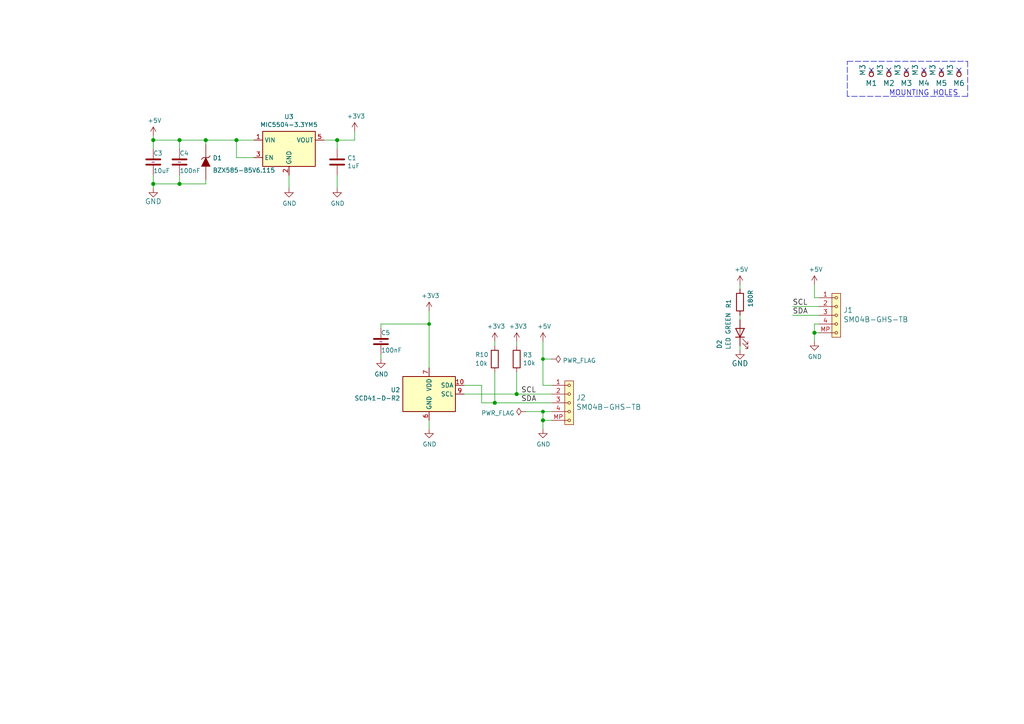
<source format=kicad_sch>
(kicad_sch (version 20230121) (generator eeschema)
  (paper "A4")
  (title_block (title "TFCO201A") (date "2023-10-01") (company "ThunderFly s.r.o.") (comment 1 "UAV CO2 concentration sensor. ") (comment 2 "kaklik  <info@thunderfly.cz>"))
  (lib_symbols
    (symbol "Device:C" (pin_numbers hide) (pin_names (offset 0.254))
      (property "Reference" "C" (at 0.635 2.54 0))
      (property "Value" "C" (at 0.635 -2.54 0))
      (symbol "C_0_1"
        (polyline (pts (xy -2.032 -0.762) (xy 2.032 -0.762)) (stroke (width 0.508)))
        (polyline (pts (xy -2.032 0.762) (xy 2.032 0.762)) (stroke (width 0.508)))
      )
      (symbol "C_1_1"
        (pin passive line (at 0 3.81 270) (length 2.794) (name "~") (number "1"))
        (pin passive line (at 0 -3.81 90) (length 2.794) (name "~") (number "2"))
      )
    )
    (symbol "Device:LED" (pin_numbers hide) (pin_names (offset 1.016) hide)
      (property "Reference" "D" (at 0 2.54 0))
      (property "Value" "LED" (at 0 -2.54 0))
      (symbol "LED_0_1"
        (polyline (pts (xy -1.27 -1.27) (xy -1.27 1.27)) (stroke (width 0.254)))
        (polyline (pts (xy -1.27 0) (xy 1.27 0)))
        (polyline (pts (xy 1.27 -1.27) (xy 1.27 1.27) (xy -1.27 0) (xy 1.27 -1.27)) (stroke (width 0.254)))
        (polyline (pts (xy -3.048 -0.762) (xy -4.572 -2.286) (xy -3.81 -2.286) (xy -4.572 -2.286) (xy -4.572 -1.524)))
        (polyline (pts (xy -1.778 -0.762) (xy -3.302 -2.286) (xy -2.54 -2.286) (xy -3.302 -2.286) (xy -3.302 -1.524)))
      )
      (symbol "LED_1_1"
        (pin passive line (at -3.81 0 0) (length 2.54) (name "K") (number "1"))
        (pin passive line (at 3.81 0 180) (length 2.54) (name "A") (number "2"))
      )
    )
    (symbol "Device:R" (pin_numbers hide) (pin_names (offset 0))
      (property "Reference" "R" (at 2.032 0 90))
      (property "Value" "R" (at 0 0 90))
      (symbol "R_0_1"
        (rectangle (start -1.016 -2.54) (end 1.016 2.54) (stroke (width 0.254)))
      )
      (symbol "R_1_1"
        (pin passive line (at 0 3.81 270) (length 1.27) (name "~") (number "1"))
        (pin passive line (at 0 -3.81 90) (length 1.27) (name "~") (number "2"))
      )
    )
    (symbol "MLAB_CONNECTORS_JST:SM04B-GHS-TB" (pin_names (offset 1.016))
      (property "Reference" "J" (at 0 -7.62 0))
      (property "Value" "SM04B-GHS-TB" (at 0 7.62 0))
      (symbol "SM04B-GHS-TB_0_1"
        (rectangle (start -1.27 6.35) (end 1.27 -6.35) (fill (type background)))
        (circle (center 0 -5.08) (radius 0.381))
        (circle (center 0 -2.54) (radius 0.381))
        (polyline (pts (xy -1.27 -5.08) (xy -0.381 -5.08)))
        (polyline (pts (xy -1.27 -2.54) (xy -0.381 -2.54)))
        (polyline (pts (xy -1.27 0) (xy -0.381 0)))
        (polyline (pts (xy -1.27 2.54) (xy -0.381 2.54)))
        (polyline (pts (xy -1.27 5.08) (xy -0.381 5.08)))
        (circle (center 0 0) (radius 0.381))
        (circle (center 0 2.54) (radius 0.381))
        (circle (center 0 5.08) (radius 0.381))
      )
      (symbol "SM04B-GHS-TB_1_1"
        (pin input line (at -5.08 5.08 0) (length 3.81) (name "~") (number "1"))
        (pin input line (at -5.08 2.54 0) (length 3.81) (name "~") (number "2"))
        (pin input line (at -5.08 0 0) (length 3.81) (name "~") (number "3"))
        (pin input line (at -5.08 -2.54 0) (length 3.81) (name "~") (number "4"))
        (pin input line (at -5.08 -5.08 0) (length 3.81) (name "~") (number "MP"))
      )
    )
    (symbol "MLAB_D:D_ZENER" (pin_numbers hide) (pin_names (offset 1.016) hide)
      (property "Reference" "D" (at 0 2.54 0))
      (property "Value" "D_ZENER" (at 0 -2.54 0))
      (symbol "D_ZENER_0_1"
        (polyline (pts (xy -1.778 1.27) (xy -1.27 0.762) (xy -1.27 -0.762) (xy -0.762 -1.27) (xy -0.762 -1.27)) (stroke (width 0.2032)))
        (polyline (pts (xy -1.27 0) (xy 1.27 1.27) (xy 1.27 -1.27) (xy -1.27 0) (xy -1.27 0)) (fill (type outline)))
      )
      (symbol "D_ZENER_1_1"
        (pin passive line (at -5.08 0 0) (length 3.81) (name "K") (number "1"))
        (pin passive line (at 5.08 0 180) (length 3.81) (name "A") (number "2"))
      )
    )
    (symbol "MLAB_MECHANICAL:HOLE" (pin_numbers hide) (pin_names (offset 1.016) hide)
      (property "Reference" "M" (at 0 2.54 0))
      (property "Value" "HOLE" (at 0 -2.54 0))
      (symbol "HOLE_0_1"
        (circle (center 0 0) (radius 0.635) (stroke (width 0.254)))
      )
      (symbol "HOLE_1_1"
        (pin input line (at 1.27 0 180) (length 0.635) (name "~") (number "1"))
      )
    )
    (symbol "Regulator_Linear:MIC5504-3.3YM5"
      (property "Reference" "U" (at -7.62 8.89 0))
      (property "Value" "MIC5504-3.3YM5" (at -7.62 6.35 0))
      (symbol "MIC5504-3.3YM5_0_1"
        (rectangle (start -7.62 -5.08) (end 7.62 5.08) (stroke (width 0.254)) (fill (type background)))
      )
      (symbol "MIC5504-3.3YM5_1_1"
        (pin power_in line (at -10.16 2.54 0) (length 2.54) (name "VIN") (number "1"))
        (pin power_in line (at 0 -7.62 90) (length 2.54) (name "GND") (number "2"))
        (pin input line (at -10.16 -2.54 0) (length 2.54) (name "EN") (number "3"))
        (pin no_connect line (at 7.62 -2.54 180) (length 2.54) hide (name "NC") (number "4"))
        (pin power_out line (at 10.16 2.54 180) (length 2.54) (name "VOUT") (number "5"))
      )
    )
    (symbol "Sensor_Gas:SCD41-D-R2"
      (property "Reference" "U" (at -7.62 6.35 0))
      (property "Value" "SCD41-D-R2" (at 6.985 6.35 0))
      (symbol "SCD41-D-R2_0_1"
        (rectangle (start 7.62 5.08) (end -7.62 -5.08) (stroke (width 0.254)) (fill (type background)))
      )
      (symbol "SCD41-D-R2_1_1"
        (pin bidirectional line (at 10.16 2.54 180) (length 2.54) (name "SDA") (number "10"))
        (pin passive line (at 0 7.62 270) (length 2.54) hide (name "VDD") (number "19"))
        (pin passive line (at 0 -7.62 90) (length 2.54) hide (name "GND") (number "20"))
        (pin passive line (at 0 -7.62 90) (length 2.54) hide (name "GND") (number "21"))
        (pin power_in line (at 0 -7.62 90) (length 2.54) (name "GND") (number "6"))
        (pin power_in line (at 0 7.62 270) (length 2.54) (name "VDD") (number "7"))
        (pin input line (at 10.16 0 180) (length 2.54) (name "SCL") (number "9"))
      )
    )
    (symbol "power:+3V3" (power) (pin_names (offset 0))
      (property "Value" "+3V3" (at 0 3.556 0))
      (symbol "+3V3_0_1"
        (polyline (pts (xy -0.762 1.27) (xy 0 2.54)))
        (polyline (pts (xy 0 0) (xy 0 2.54)))
        (polyline (pts (xy 0 2.54) (xy 0.762 1.27)))
      )
      (symbol "+3V3_1_1"
        (pin power_in line (at 0 0 90) (length 0) hide (name "+3V3") (number "1"))
      )
    )
    (symbol "power:+5V" (power) (pin_names (offset 0))
      (property "Value" "+5V" (at 0 3.556 0))
      (symbol "+5V_0_1"
        (polyline (pts (xy -0.762 1.27) (xy 0 2.54)))
        (polyline (pts (xy 0 0) (xy 0 2.54)))
        (polyline (pts (xy 0 2.54) (xy 0.762 1.27)))
      )
      (symbol "+5V_1_1"
        (pin power_in line (at 0 0 90) (length 0) hide (name "+5V") (number "1"))
      )
    )
    (symbol "power:GND" (power) (pin_names (offset 0))
      (property "Value" "GND" (at 0 -3.81 0))
      (symbol "GND_0_1"
        (polyline (pts (xy 0 0) (xy 0 -1.27) (xy 1.27 -1.27) (xy 0 -2.54) (xy -1.27 -1.27) (xy 0 -1.27)))
      )
      (symbol "GND_1_1"
        (pin power_in line (at 0 0 270) (length 0) hide (name "GND") (number "1"))
      )
    )
    (symbol "power:PWR_FLAG" (power) (pin_numbers hide) (pin_names (offset 0) hide)
      (property "Value" "PWR_FLAG" (at 0 3.81 0))
      (symbol "PWR_FLAG_0_0"
        (pin power_out line (at 0 0 90) (length 0) (name "pwr") (number "1"))
      )
      (symbol "PWR_FLAG_0_1"
        (polyline (pts (xy 0 0) (xy 0 1.27) (xy -1.016 1.905) (xy 0 2.54) (xy 1.016 1.905) (xy 0 1.27)))
      )
    )
  )
  (junction (at 59.69 40.64) (diameter 1.016))
  (junction (at 124.46 93.98))
  (junction (at 44.45 40.64) (diameter 1.016))
  (junction (at 157.48 121.92) (diameter 1.016))
  (junction (at 157.48 119.38))
  (junction (at 236.22 96.52) (diameter 1.016))
  (junction (at 68.58 40.64) (diameter 1.016))
  (junction (at 44.45 53.34) (diameter 1.016))
  (junction (at 97.79 40.64) (diameter 1.016))
  (junction (at 149.86 114.3) (diameter 1.016))
  (junction (at 52.07 40.64) (diameter 1.016))
  (junction (at 157.48 104.14))
  (junction (at 143.51 116.84) (diameter 1.016))
  (junction (at 52.07 53.34) (diameter 1.016))
  (no_connect (at 252.73 20.32))
  (no_connect (at 257.81 20.32))
  (no_connect (at 262.89 20.32))
  (no_connect (at 267.97 20.32))
  (no_connect (at 273.05 20.32))
  (no_connect (at 278.13 20.32))
  (wire (pts (xy 160.02 121.92) (xy 157.48 121.92)))
  (polyline (pts (xy 245.745 17.78) (xy 280.67 17.78)) (stroke (width 0) (type dash)))
  (wire (pts (xy 157.48 111.76) (xy 160.02 111.76)))
  (wire (pts (xy 149.86 107.95) (xy 149.86 114.3)))
  (wire (pts (xy 44.45 53.34) (xy 44.45 54.61)))
  (wire (pts (xy 52.07 40.64) (xy 59.69 40.64)))
  (wire (pts (xy 68.58 45.72) (xy 68.58 40.64)))
  (wire (pts (xy 214.63 100.33) (xy 214.63 101.6)))
  (wire (pts (xy 157.48 99.06) (xy 157.48 104.14)))
  (wire (pts (xy 83.82 50.8) (xy 83.82 54.61)))
  (wire (pts (xy 44.45 50.8) (xy 44.45 53.34)))
  (wire (pts (xy 52.07 53.34) (xy 59.69 53.34)))
  (wire (pts (xy 149.86 114.3) (xy 160.02 114.3)))
  (wire (pts (xy 73.66 45.72) (xy 68.58 45.72)))
  (wire (pts (xy 124.46 90.17) (xy 124.46 93.98)))
  (wire (pts (xy 157.48 104.14) (xy 157.48 111.76)))
  (wire (pts (xy 229.87 91.44) (xy 237.49 91.44)))
  (wire (pts (xy 44.45 39.37) (xy 44.45 40.64)))
  (wire (pts (xy 44.45 43.18) (xy 44.45 40.64)))
  (wire (pts (xy 44.45 53.34) (xy 52.07 53.34)))
  (wire (pts (xy 143.51 99.06) (xy 143.51 100.33)))
  (wire (pts (xy 124.46 121.92) (xy 124.46 124.46)))
  (wire (pts (xy 124.46 93.98) (xy 124.46 106.68)))
  (wire (pts (xy 134.62 114.3) (xy 149.86 114.3)))
  (wire (pts (xy 149.86 99.06) (xy 149.86 100.33)))
  (wire (pts (xy 52.07 43.18) (xy 52.07 40.64)))
  (wire (pts (xy 237.49 86.36) (xy 236.22 86.36)))
  (wire (pts (xy 237.49 96.52) (xy 236.22 96.52)))
  (wire (pts (xy 237.49 93.98) (xy 236.22 93.98)))
  (wire (pts (xy 59.69 52.07) (xy 59.69 53.34)))
  (wire (pts (xy 214.63 82.55) (xy 214.63 83.82)))
  (polyline (pts (xy 280.67 27.94) (xy 245.745 27.94)) (stroke (width 0) (type dash)))
  (wire (pts (xy 59.69 40.64) (xy 68.58 40.64)))
  (wire (pts (xy 143.51 116.84) (xy 160.02 116.84)))
  (wire (pts (xy 139.7 111.76) (xy 139.7 116.84)))
  (wire (pts (xy 139.7 116.84) (xy 143.51 116.84)))
  (wire (pts (xy 134.62 111.76) (xy 139.7 111.76)))
  (wire (pts (xy 97.79 50.8) (xy 97.79 54.61)))
  (wire (pts (xy 157.48 119.38) (xy 157.48 121.92)))
  (wire (pts (xy 157.48 104.14) (xy 160.02 104.14)))
  (wire (pts (xy 152.4 119.38) (xy 157.48 119.38)))
  (wire (pts (xy 236.22 93.98) (xy 236.22 96.52)))
  (wire (pts (xy 143.51 107.95) (xy 143.51 116.84)))
  (wire (pts (xy 102.87 40.64) (xy 102.87 38.1)))
  (wire (pts (xy 73.66 40.64) (xy 68.58 40.64)))
  (polyline (pts (xy 280.67 17.78) (xy 280.67 27.94)) (stroke (width 0) (type dash)))
  (wire (pts (xy 214.63 91.44) (xy 214.63 92.71)))
  (wire (pts (xy 110.49 93.98) (xy 110.49 95.25)))
  (wire (pts (xy 157.48 121.92) (xy 157.48 124.46)))
  (wire (pts (xy 52.07 50.8) (xy 52.07 53.34)))
  (wire (pts (xy 236.22 86.36) (xy 236.22 82.55)))
  (wire (pts (xy 110.49 93.98) (xy 124.46 93.98)))
  (wire (pts (xy 236.22 96.52) (xy 236.22 99.06)))
  (wire (pts (xy 160.02 119.38) (xy 157.48 119.38)))
  (wire (pts (xy 93.98 40.64) (xy 97.79 40.64)))
  (wire (pts (xy 97.79 40.64) (xy 97.79 43.18)))
  (wire (pts (xy 44.45 40.64) (xy 52.07 40.64)))
  (polyline (pts (xy 245.745 27.94) (xy 245.745 17.78)) (stroke (width 0) (type dash)))
  (wire (pts (xy 97.79 40.64) (xy 102.87 40.64)))
  (wire (pts (xy 229.87 88.9) (xy 237.49 88.9)))
  (wire (pts (xy 59.69 41.91) (xy 59.69 40.64)))
  (wire (pts (xy 110.49 102.87) (xy 110.49 104.14)))
  (text "MOUNTING HOLES" (at 257.81 27.94 0) (effects (font (size 1.524 1.524)) (justify left bottom)))
  (label "SCL" (at 151.13 114.3 0) (effects (font (size 1.524 1.524))))
  (label "SDA" (at 151.13 116.84 0) (effects (font (size 1.524 1.524))))
  (label "SDA" (at 229.87 91.44 0) (effects (font (size 1.524 1.524))))
  (label "SCL" (at 229.87 88.9 0) (effects (font (size 1.524 1.524))))
  (symbol (lib_id "power:GND") (at 44.45 54.61 0) (unit 1)
    (property "Reference" "#PWR012" (effects hide))
    (property "Value" "GND" (at 44.45 58.42 0) (effects (font (size 1.524 1.524))))
  )
  (symbol (lib_id "Device:C") (at 52.07 46.99 0) (unit 1)
    (property "Reference" "C4" (at 52.07 44.45 0) (effects (justify left)))
    (property "Value" "100nF" (at 52.07 49.53 0) (effects (justify left)))
    (property "Footprint" "Mlab_R:SMD-0603" (effects hide))
    (property "Datasheet" "~" (at 52.07 46.99 0) (effects (font (size 1.524 1.524))))
    (property "UST_ID" "5c70984812875079b91f8bf2" (effects hide))
  )
  (symbol (lib_id "power:GND") (at 157.48 124.46 0) (unit 1)
    (property "Reference" "#PWR09" (effects hide))
    (property "Value" "GND" (at 157.607 128.8542 0))
  )
  (symbol (lib_id "Device:R") (at 149.86 104.14 0) (unit 1)
    (property "Reference" "R3" (at 151.638 102.9716 0) (effects (justify left)))
    (property "Value" "10k" (at 151.638 105.283 0) (effects (justify left)))
    (property "Footprint" "Mlab_R:SMD-0603" (effects hide))
    (property "UST_ID" "5c70984512875079b91f8962" (effects hide))
  )
  (symbol (lib_id "Device:R") (at 143.51 104.14 0) (unit 1)
    (property "Reference" "R10" (at 137.795 102.87 0) (effects (justify left)))
    (property "Value" "10k" (at 137.795 105.41 0) (effects (justify left)))
    (property "Footprint" "Mlab_R:SMD-0603" (effects hide))
    (property "UST_ID" "5c70984512875079b91f8962" (effects hide))
  )
  (symbol (lib_id "Device:C") (at 44.45 46.99 0) (unit 1)
    (property "Reference" "C3" (at 44.45 44.45 0) (effects (justify left)))
    (property "Value" "10uF" (at 44.45 49.53 0) (effects (justify left)))
    (property "Footprint" "Mlab_R:SMD-0805" (effects hide))
    (property "Datasheet" "~" (at 44.45 46.99 0) (effects (font (size 1.524 1.524))))
    (property "UST_ID" "5c70984812875079b91f8bbd" (effects hide))
  )
  (symbol (lib_id "MLAB_D:D_ZENER") (at 59.69 46.99 270) (unit 1)
    (property "Reference" "D1" (at 61.6966 45.8216 90) (effects (justify left)))
    (property "Value" "BZX585-B5V6.115" (at 61.697 49.403 90) (effects (justify left)))
    (property "Footprint" "Diode_SMD:D_SOD-523" (effects hide))
    (property "UST_ID" "60879d38128750769ee58e48" (effects hide))
  )
  (symbol (lib_id "power:+5V") (at 44.45 39.37 0) (unit 1)
    (property "Reference" "#PWR0105" (effects hide))
    (property "Value" "+5V" (at 44.831 34.9758 0))
  )
  (symbol (lib_id "power:+3V3") (at 149.86 99.06 0) (unit 1)
    (property "Reference" "#PWR0108" (effects hide))
    (property "Value" "+3V3" (at 150.241 94.6658 0))
  )
  (symbol (lib_id "power:+5V") (at 157.48 99.06 0) (unit 1)
    (property "Reference" "#PWR0109" (effects hide))
    (property "Value" "+5V" (at 157.861 94.6658 0))
  )
  (symbol (lib_id "Regulator_Linear:MIC5504-3.3YM5") (at 83.82 43.18 0) (unit 1)
    (property "Reference" "U3" (at 83.82 33.8582 0))
    (property "Value" "MIC5504-3.3YM5" (at 83.82 36.1696 0))
    (property "Footprint" "Package_TO_SOT_SMD:SOT-23-5" (effects hide))
    (property "Datasheet" "http://ww1.microchip.com/downloads/en/DeviceDoc/MIC550X.pdf" (effects hide))
    (property "UST_ID" "5c7255e81287500b4e112ea2" (effects hide))
  )
  (symbol (lib_id "power:+3V3") (at 102.87 38.1 0) (unit 1)
    (property "Reference" "#PWR0112" (effects hide))
    (property "Value" "+3V3" (at 103.251 33.7058 0))
  )
  (symbol (lib_id "power:GND") (at 83.82 54.61 0) (unit 1)
    (property "Reference" "#PWR0113" (effects hide))
    (property "Value" "GND" (at 83.947 59.0042 0))
  )
  (symbol (lib_id "Device:C") (at 110.49 99.06 0) (unit 1)
    (property "Reference" "C5" (at 110.49 96.52 0) (effects (justify left)))
    (property "Value" "100nF" (at 110.49 101.6 0) (effects (justify left)))
    (property "Footprint" "Mlab_R:SMD-0603" (effects hide))
    (property "Datasheet" "~" (at 110.49 99.06 0) (effects (font (size 1.524 1.524))))
    (property "UST_ID" "5c70984812875079b91f8bf2" (effects hide))
  )
  (symbol (lib_id "power:GND") (at 110.49 104.14 0) (unit 1)
    (property "Reference" "#PWR0118" (effects hide))
    (property "Value" "GND" (at 110.617 108.5342 0))
  )
  (symbol (lib_id "MLAB_CONNECTORS_JST:SM04B-GHS-TB") (at 165.1 116.84 0) (unit 1)
    (property "Reference" "J2" (at 167.0812 115.3414 0) (effects (font (size 1.524 1.524)) (justify left)))
    (property "Value" "SM04B-GHS-TB" (at 167.0812 118.0592 0) (effects (font (size 1.524 1.524)) (justify left)))
    (property "Footprint" "Connector_JST:JST_GH_SM04B-GHS-TB_1x04-1MP_P1.25mm_Horizontal" (effects hide))
    (property "UST_ID" "5c86273d1287500b4e0280be" (effects hide))
  )
  (symbol (lib_id "Device:C") (at 97.79 46.99 0) (unit 1)
    (property "Reference" "C1" (at 100.711 45.8216 0) (effects (justify left)))
    (property "Value" "1uF" (at 100.711 48.133 0) (effects (justify left)))
    (property "Footprint" "Mlab_R:SMD-0603" (effects hide))
    (property "UST_ID" "5c70984812875079b91f8bc2" (effects hide))
  )
  (symbol (lib_id "power:GND") (at 97.79 54.61 0) (unit 1)
    (property "Reference" "#PWR0114" (effects hide))
    (property "Value" "GND" (at 97.917 59.0042 0))
  )
  (symbol (lib_id "power:+3V3") (at 143.51 99.06 0) (unit 1)
    (property "Reference" "#PWR0107" (effects hide))
    (property "Value" "+3V3" (at 143.891 94.6658 0))
  )
  (symbol (lib_id "MLAB_MECHANICAL:HOLE") (at 267.97 21.59 90) (unit 1) (in_bom no)
    (property "Reference" "M4" (at 267.97 24.13 90) (effects (font (size 1.524 1.524))))
    (property "Value" "M3" (at 265.43 20.32 0) (effects (font (size 1.524 1.524))))
    (property "Footprint" "Mlab_Mechanical:dira_3mm" (effects hide))
  )
  (symbol (lib_id "MLAB_MECHANICAL:HOLE") (at 252.73 21.59 90) (unit 1) (in_bom no)
    (property "Reference" "M1" (at 252.73 24.13 90) (effects (font (size 1.524 1.524))))
    (property "Value" "M3" (at 250.19 20.32 0) (effects (font (size 1.524 1.524))))
    (property "Footprint" "Mlab_Mechanical:dira_3mm" (effects hide))
  )
  (symbol (lib_id "power:GND") (at 124.46 124.46 0) (unit 1)
    (property "Reference" "#PWR0103" (effects hide))
    (property "Value" "GND" (at 124.587 128.8542 0))
  )
  (symbol (lib_id "power:+3V3") (at 124.46 90.17 0) (unit 1)
    (property "Reference" "#PWR0106" (effects hide))
    (property "Value" "+3V3" (at 124.841 85.7758 0))
  )
  (symbol (lib_id "power:GND") (at 214.63 101.6 0) (unit 1)
    (property "Reference" "#PWR0101" (effects hide))
    (property "Value" "GND" (at 214.63 105.41 0) (effects (font (size 1.524 1.524))))
  )
  (symbol (lib_id "power:GND") (at 236.22 99.06 0) (unit 1)
    (property "Reference" "#PWR0104" (effects hide))
    (property "Value" "GND" (at 236.347 103.4542 0))
  )
  (symbol (lib_id "Device:R") (at 214.63 87.63 0) (unit 1)
    (property "Reference" "R1" (at 211.3281 89.4091 90) (effects (justify left)))
    (property "Value" "180R" (at 217.6781 89.1678 90) (effects (justify left)))
    (property "Footprint" "Mlab_R:SMD-0603" (effects hide))
    (property "UST_ID" "5c70984512875079b91f8957" (effects hide))
  )
  (symbol (lib_id "MLAB_MECHANICAL:HOLE") (at 257.81 21.59 90) (unit 1) (in_bom no)
    (property "Reference" "M2" (at 257.81 24.13 90) (effects (font (size 1.524 1.524))))
    (property "Value" "M3" (at 255.27 20.32 0) (effects (font (size 1.524 1.524))))
    (property "Footprint" "Mlab_Mechanical:dira_3mm" (effects hide))
  )
  (symbol (lib_id "power:+5V") (at 214.63 82.55 0) (unit 1)
    (property "Reference" "#PWR0102" (effects hide))
    (property "Value" "+5V" (at 215.011 78.1558 0))
  )
  (symbol (lib_id "Device:LED") (at 214.63 96.52 90) (unit 1)
    (property "Reference" "D2" (at 208.6611 98.4896 0) (effects (justify right)))
    (property "Value" "LED GREEN" (at 211.2011 90.6283 0) (effects (justify right)))
    (property "Footprint" "Mlab_D:LED_1206_mill" (effects hide))
    (property "UST_ID" "5c70984412875079b91f8895" (effects hide))
  )
  (symbol (lib_id "MLAB_MECHANICAL:HOLE") (at 278.13 21.59 90) (unit 1) (in_bom no)
    (property "Reference" "M6" (at 278.13 24.13 90) (effects (font (size 1.524 1.524))))
    (property "Value" "M3" (at 275.59 20.32 0) (effects (font (size 1.524 1.524))))
    (property "Footprint" "Mlab_Mechanical:dira_3mm" (effects hide))
  )
  (symbol (lib_id "power:PWR_FLAG") (at 152.4 119.38 90) (unit 1)
    (property "Reference" "#FLG0102" (effects hide))
    (property "Value" "PWR_FLAG" (at 149.2251 119.8138 90) (effects (justify left)))
  )
  (symbol (lib_id "power:+5V") (at 236.22 82.55 0) (unit 1)
    (property "Reference" "#PWR0115" (effects hide))
    (property "Value" "+5V" (at 236.601 78.1558 0))
  )
  (symbol (lib_id "MLAB_CONNECTORS_JST:SM04B-GHS-TB") (at 242.57 91.44 0) (unit 1)
    (property "Reference" "J1" (at 244.5512 89.9414 0) (effects (font (size 1.524 1.524)) (justify left)))
    (property "Value" "SM04B-GHS-TB" (at 244.5512 92.6592 0) (effects (font (size 1.524 1.524)) (justify left)))
    (property "Footprint" "Connector_JST:JST_GH_SM04B-GHS-TB_1x04-1MP_P1.25mm_Horizontal" (effects hide))
    (property "UST_ID" "5c86273d1287500b4e0280be" (effects hide))
  )
  (symbol (lib_id "MLAB_MECHANICAL:HOLE") (at 273.05 21.59 90) (unit 1) (in_bom no)
    (property "Reference" "M5" (at 273.05 24.13 90) (effects (font (size 1.524 1.524))))
    (property "Value" "M3" (at 270.51 20.32 0) (effects (font (size 1.524 1.524))))
    (property "Footprint" "Mlab_Mechanical:dira_3mm" (effects hide))
  )
  (symbol (lib_id "power:PWR_FLAG") (at 160.02 104.14 270) (unit 1)
    (property "Reference" "#FLG0101" (effects hide))
    (property "Value" "PWR_FLAG" (at 163.195 104.5738 90) (effects (justify left)))
  )
  (symbol (lib_id "MLAB_MECHANICAL:HOLE") (at 262.89 21.59 90) (unit 1) (in_bom no)
    (property "Reference" "M3" (at 262.89 24.13 90) (effects (font (size 1.524 1.524))))
    (property "Value" "M3" (at 260.35 20.32 0) (effects (font (size 1.524 1.524))))
    (property "Footprint" "Mlab_Mechanical:dira_3mm" (effects hide))
  )
  (symbol (lib_id "Sensor_Gas:SCD41-D-R2") (at 124.46 114.3 0) (unit 1)
    (property "Reference" "U2" (at 116.078 113.0879 0) (effects (justify right)))
    (property "Value" "SCD41-D-R2" (at 116.078 115.5121 0) (effects (justify right)))
    (property "Footprint" "Sensor:Sensirion_SCD4x-1EP_10.1x10.1mm_P1.25mm_EP4.8x4.8mm" (effects hide))
    (property "Datasheet" "https://sensirion.com/media/documents/E0F04247/631EF271/CD_DS_SCD40_SCD41_Datasheet_D1.pdf" (effects hide))
  )
)
</source>
